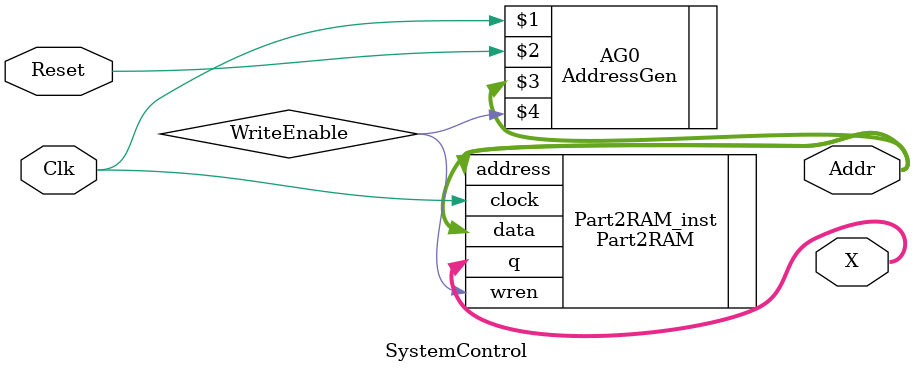
<source format=v>

module SystemControl(Clk, Reset, Addr, X);
   input Clk;           // Our system clock
   input Reset;         // Resets the entire system
   output [7:0] Addr;   // Address into memory
   output [7:0] X;      // Memory contents
   
   wire WriteEnable;    // WriteEnable to enable RAM after one pass through

   AddressGen AG0(Clk, Reset, Addr, WriteEnable);
   
   // RAM
   Part2RAM	Part2RAM_inst (
      .address ( Addr ),
      .clock ( Clk ),
      .data ( Addr ),
      .wren ( WriteEnable ),
      .q ( X )
	);

endmodule

</source>
